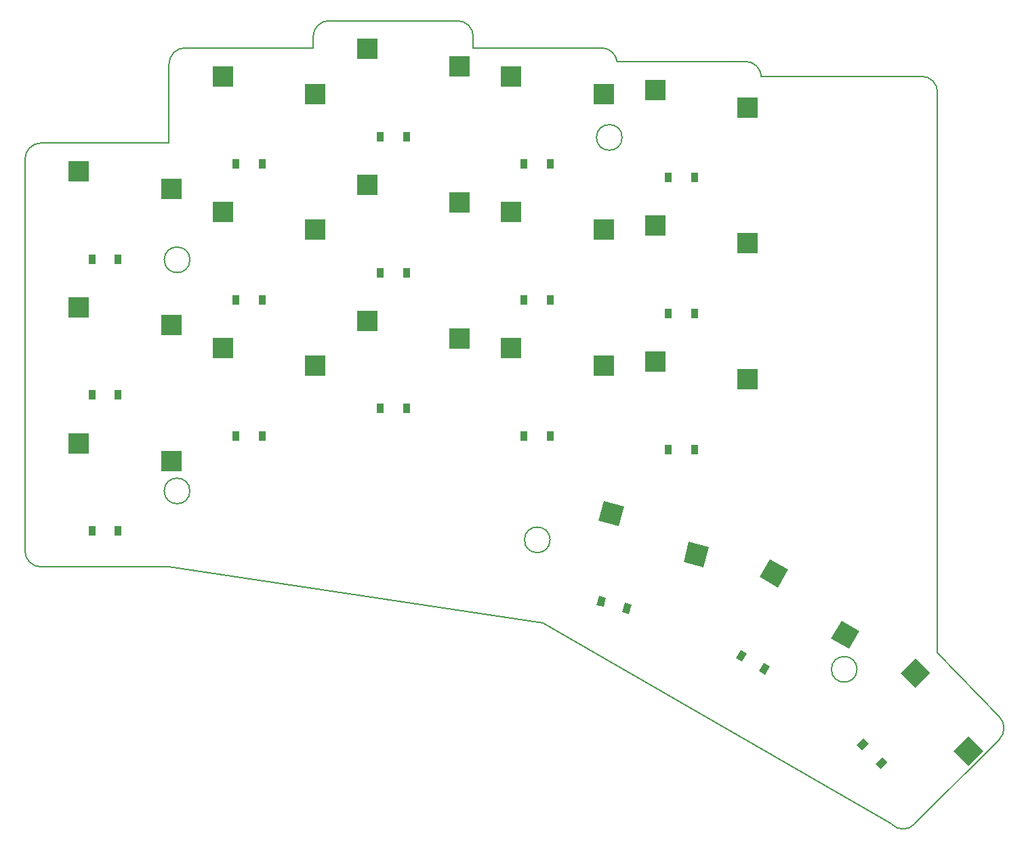
<source format=gbr>
G04 #@! TF.GenerationSoftware,KiCad,Pcbnew,5.1.5+dfsg1-2build2*
G04 #@! TF.CreationDate,2021-09-10T19:33:11+00:00*
G04 #@! TF.ProjectId,main-routed,6d61696e-2d72-46f7-9574-65642e6b6963,VERSION_HERE*
G04 #@! TF.SameCoordinates,Original*
G04 #@! TF.FileFunction,Paste,Bot*
G04 #@! TF.FilePolarity,Positive*
%FSLAX46Y46*%
G04 Gerber Fmt 4.6, Leading zero omitted, Abs format (unit mm)*
G04 Created by KiCad (PCBNEW 5.1.5+dfsg1-2build2) date 2021-09-10 19:33:11*
%MOMM*%
%LPD*%
G04 APERTURE LIST*
G04 #@! TA.AperFunction,Profile*
%ADD10C,0.150000*%
G04 #@! TD*
%ADD11R,2.600000X2.600000*%
%ADD12R,0.900000X1.200000*%
%ADD13C,0.350000*%
G04 APERTURE END LIST*
D10*
X10000000Y-9500000D02*
X26000000Y-9500000D01*
X8000000Y-7500000D02*
X8000000Y41500000D01*
X10000000Y-9500000D02*
G75*
G02X8000000Y-7500000I0J2000000D01*
G01*
X26000000Y43500000D02*
X10000000Y43500000D01*
X8000000Y41500000D02*
G75*
G02X10000000Y43500000I2000000J0D01*
G01*
X44000000Y55400000D02*
X28000000Y55400000D01*
X26000000Y53400000D02*
G75*
G02X28000000Y55400000I2000000J0D01*
G01*
X26000000Y53400000D02*
X26000000Y43500000D01*
X64000000Y55400000D02*
X64000000Y56800000D01*
X62000000Y58800000D02*
G75*
G02X64000000Y56800000I0J-2000000D01*
G01*
X62000000Y58800000D02*
X46000000Y58800000D01*
X44000000Y56800000D02*
G75*
G02X46000000Y58800000I2000000J0D01*
G01*
X44000000Y56800000D02*
X44000000Y55400000D01*
X80000000Y55400000D02*
G75*
G02X81977391Y53699872I0J-2000000D01*
G01*
X80000000Y55400000D02*
X64000000Y55400000D01*
X98000000Y53700000D02*
G75*
G02X99994367Y51850000I0J-2000000D01*
G01*
X98000000Y53700000D02*
X82000000Y53700000D01*
X81977391Y53699872D02*
G75*
G02X82000000Y53700000I22609J-1999872D01*
G01*
X119117258Y-41686664D02*
G75*
G02X116288831Y-41686665I-1414214J1414213D01*
G01*
X119117258Y-41686665D02*
X129723860Y-31080063D01*
X129723859Y-28251636D02*
G75*
G02X129723860Y-31080063I-1414213J-1414214D01*
G01*
X122000000Y-20208734D02*
X129723860Y-28251636D01*
X116288831Y-41686665D02*
X72707107Y-16524745D01*
X72707107Y-16524745D02*
X26000000Y-9500000D01*
X122000000Y-20208734D02*
X122000000Y49850000D01*
X120000000Y51850000D02*
G75*
G02X122000000Y49850000I0J-2000000D01*
G01*
X120000000Y51850000D02*
X99994367Y51850000D01*
X28600000Y28900000D02*
G75*
G03X28600000Y28900000I-1600000J0D01*
G01*
X28600000Y0D02*
G75*
G03X28600000Y0I-1600000J0D01*
G01*
X82600000Y44200000D02*
G75*
G03X82600000Y44200000I-1600000J0D01*
G01*
X73600000Y-6120000D02*
G75*
G03X73600000Y-6120000I-1600000J0D01*
G01*
X111949134Y-22311939D02*
G75*
G03X111949134Y-22311939I-1600000J0D01*
G01*
D11*
G04 #@! TO.C,S1*
X14725000Y5950000D03*
X26275000Y3750000D03*
G04 #@! TD*
D12*
G04 #@! TO.C,D1*
X19650000Y-5000000D03*
X16350000Y-5000000D03*
G04 #@! TD*
D11*
G04 #@! TO.C,S2*
X14725000Y22950000D03*
X26275000Y20750000D03*
G04 #@! TD*
D12*
G04 #@! TO.C,D2*
X19650000Y12000000D03*
X16350000Y12000000D03*
G04 #@! TD*
D11*
G04 #@! TO.C,S3*
X14725000Y39950000D03*
X26275000Y37750000D03*
G04 #@! TD*
D12*
G04 #@! TO.C,D3*
X19650000Y29000000D03*
X16350000Y29000000D03*
G04 #@! TD*
D11*
G04 #@! TO.C,S4*
X32725000Y17850000D03*
X44275000Y15650000D03*
G04 #@! TD*
D12*
G04 #@! TO.C,D4*
X37650000Y6900000D03*
X34350000Y6900000D03*
G04 #@! TD*
D11*
G04 #@! TO.C,S5*
X32725000Y34850000D03*
X44275000Y32650000D03*
G04 #@! TD*
D12*
G04 #@! TO.C,D5*
X37650000Y23900000D03*
X34350000Y23900000D03*
G04 #@! TD*
D11*
G04 #@! TO.C,S6*
X32725000Y51850000D03*
X44275000Y49650000D03*
G04 #@! TD*
D12*
G04 #@! TO.C,D6*
X37650000Y40900000D03*
X34350000Y40900000D03*
G04 #@! TD*
D11*
G04 #@! TO.C,S7*
X50725000Y21250000D03*
X62275000Y19050000D03*
G04 #@! TD*
D12*
G04 #@! TO.C,D7*
X55650000Y10300000D03*
X52350000Y10300000D03*
G04 #@! TD*
D11*
G04 #@! TO.C,S8*
X50725000Y38250000D03*
X62275000Y36050000D03*
G04 #@! TD*
D12*
G04 #@! TO.C,D8*
X55650000Y27300000D03*
X52350000Y27300000D03*
G04 #@! TD*
D11*
G04 #@! TO.C,S9*
X50725000Y55250000D03*
X62275000Y53050000D03*
G04 #@! TD*
D12*
G04 #@! TO.C,D9*
X55650000Y44300000D03*
X52350000Y44300000D03*
G04 #@! TD*
D11*
G04 #@! TO.C,S10*
X68725000Y17850000D03*
X80275000Y15650000D03*
G04 #@! TD*
D12*
G04 #@! TO.C,D10*
X73650000Y6900000D03*
X70350000Y6900000D03*
G04 #@! TD*
D11*
G04 #@! TO.C,S11*
X68725000Y34850000D03*
X80275000Y32650000D03*
G04 #@! TD*
D12*
G04 #@! TO.C,D11*
X73650000Y23900000D03*
X70350000Y23900000D03*
G04 #@! TD*
D11*
G04 #@! TO.C,S12*
X68725000Y51850000D03*
X80275000Y49650000D03*
G04 #@! TD*
D12*
G04 #@! TO.C,D12*
X73650000Y40900000D03*
X70350000Y40900000D03*
G04 #@! TD*
D11*
G04 #@! TO.C,S13*
X86725000Y16150000D03*
X98275000Y13950000D03*
G04 #@! TD*
D12*
G04 #@! TO.C,D13*
X91650000Y5200000D03*
X88350000Y5200000D03*
G04 #@! TD*
D11*
G04 #@! TO.C,S14*
X86725000Y33150000D03*
X98275000Y30950000D03*
G04 #@! TD*
D12*
G04 #@! TO.C,D14*
X91650000Y22200000D03*
X88350000Y22200000D03*
G04 #@! TD*
D11*
G04 #@! TO.C,S15*
X86725000Y50150000D03*
X98275000Y47950000D03*
G04 #@! TD*
D12*
G04 #@! TO.C,D15*
X91650000Y39200000D03*
X88350000Y39200000D03*
G04 #@! TD*
D13*
G04 #@! TO.C,S16*
G36*
X79677698Y-3743348D02*
G01*
X80350627Y-1231941D01*
X82862034Y-1904870D01*
X82189105Y-4416277D01*
X79677698Y-3743348D01*
G37*
G36*
X90264740Y-8857745D02*
G01*
X90937669Y-6346338D01*
X93449076Y-7019267D01*
X92776147Y-9530674D01*
X90264740Y-8857745D01*
G37*
G04 #@! TD*
G04 #@! TO.C,D16*
G36*
X82603020Y-15138737D02*
G01*
X82913603Y-13979626D01*
X83782936Y-14212563D01*
X83472353Y-15371674D01*
X82603020Y-15138737D01*
G37*
G36*
X79415464Y-14284637D02*
G01*
X79726047Y-13125526D01*
X80595380Y-13358463D01*
X80284797Y-14517574D01*
X79415464Y-14284637D01*
G37*
G04 #@! TD*
G04 #@! TO.C,S17*
G36*
X99793934Y-10782982D02*
G01*
X101093934Y-8531316D01*
X103345600Y-9831316D01*
X102045600Y-12082982D01*
X99793934Y-10782982D01*
G37*
G36*
X108696527Y-18463238D02*
G01*
X109996527Y-16211572D01*
X112248193Y-17511572D01*
X110948193Y-19763238D01*
X108696527Y-18463238D01*
G37*
G04 #@! TD*
G04 #@! TO.C,D17*
G36*
X99670131Y-22547315D02*
G01*
X100270131Y-21508085D01*
X101049553Y-21958085D01*
X100449553Y-22997315D01*
X99670131Y-22547315D01*
G37*
G36*
X96812247Y-20897315D02*
G01*
X97412247Y-19858085D01*
X98191669Y-20308085D01*
X97591669Y-21347315D01*
X96812247Y-20897315D01*
G37*
G04 #@! TD*
G04 #@! TO.C,S18*
G36*
X117402033Y-22789240D02*
G01*
X119240511Y-20950762D01*
X121078989Y-22789240D01*
X119240511Y-24627718D01*
X117402033Y-22789240D01*
G37*
G36*
X124013481Y-32511958D02*
G01*
X125851959Y-30673480D01*
X127690437Y-32511958D01*
X125851959Y-34350436D01*
X124013481Y-32511958D01*
G37*
G04 #@! TD*
G04 #@! TO.C,D18*
G36*
X114238264Y-34120592D02*
G01*
X115086792Y-33272064D01*
X115723188Y-33908460D01*
X114874660Y-34756988D01*
X114238264Y-34120592D01*
G37*
G36*
X111904812Y-31787140D02*
G01*
X112753340Y-30938612D01*
X113389736Y-31575008D01*
X112541208Y-32423536D01*
X111904812Y-31787140D01*
G37*
G04 #@! TD*
M02*

</source>
